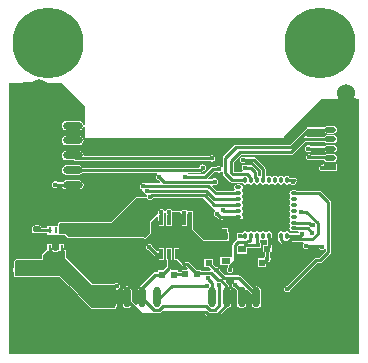
<source format=gtl>
G04*
G04 #@! TF.GenerationSoftware,Altium Limited,Altium Designer,18.0.8 (490)*
G04*
G04 Layer_Physical_Order=1*
G04 Layer_Color=255*
%FSLAX44Y44*%
%MOMM*%
G71*
G01*
G75*
G04:AMPARAMS|DCode=102|XSize=0.32mm|YSize=0.36mm|CornerRadius=0.08mm|HoleSize=0mm|Usage=FLASHONLY|Rotation=90.000|XOffset=0mm|YOffset=0mm|HoleType=Round|Shape=RoundedRectangle|*
%AMROUNDEDRECTD102*
21,1,0.3200,0.2000,0,0,90.0*
21,1,0.1600,0.3600,0,0,90.0*
1,1,0.1600,0.1000,0.0800*
1,1,0.1600,0.1000,-0.0800*
1,1,0.1600,-0.1000,-0.0800*
1,1,0.1600,-0.1000,0.0800*
%
%ADD102ROUNDEDRECTD102*%
G04:AMPARAMS|DCode=103|XSize=0.32mm|YSize=0.36mm|CornerRadius=0.08mm|HoleSize=0mm|Usage=FLASHONLY|Rotation=0.000|XOffset=0mm|YOffset=0mm|HoleType=Round|Shape=RoundedRectangle|*
%AMROUNDEDRECTD103*
21,1,0.3200,0.2000,0,0,0.0*
21,1,0.1600,0.3600,0,0,0.0*
1,1,0.1600,0.0800,-0.1000*
1,1,0.1600,-0.0800,-0.1000*
1,1,0.1600,-0.0800,0.1000*
1,1,0.1600,0.0800,0.1000*
%
%ADD103ROUNDEDRECTD103*%
G04:AMPARAMS|DCode=104|XSize=0.6096mm|YSize=0.9144mm|CornerRadius=0.1524mm|HoleSize=0mm|Usage=FLASHONLY|Rotation=270.000|XOffset=0mm|YOffset=0mm|HoleType=Round|Shape=RoundedRectangle|*
%AMROUNDEDRECTD104*
21,1,0.6096,0.6096,0,0,270.0*
21,1,0.3048,0.9144,0,0,270.0*
1,1,0.3048,-0.3048,-0.1524*
1,1,0.3048,-0.3048,0.1524*
1,1,0.3048,0.3048,0.1524*
1,1,0.3048,0.3048,-0.1524*
%
%ADD104ROUNDEDRECTD104*%
G04:AMPARAMS|DCode=105|XSize=0.508mm|YSize=0.6096mm|CornerRadius=0.127mm|HoleSize=0mm|Usage=FLASHONLY|Rotation=270.000|XOffset=0mm|YOffset=0mm|HoleType=Round|Shape=RoundedRectangle|*
%AMROUNDEDRECTD105*
21,1,0.5080,0.3556,0,0,270.0*
21,1,0.2540,0.6096,0,0,270.0*
1,1,0.2540,-0.1778,-0.1270*
1,1,0.2540,-0.1778,0.1270*
1,1,0.2540,0.1778,0.1270*
1,1,0.2540,0.1778,-0.1270*
%
%ADD105ROUNDEDRECTD105*%
%ADD108R,0.3000X0.8500*%
G04:AMPARAMS|DCode=109|XSize=2mm|YSize=1.1mm|CornerRadius=0.275mm|HoleSize=0mm|Usage=FLASHONLY|Rotation=0.000|XOffset=0mm|YOffset=0mm|HoleType=Round|Shape=RoundedRectangle|*
%AMROUNDEDRECTD109*
21,1,2.0000,0.5500,0,0,0.0*
21,1,1.4500,1.1000,0,0,0.0*
1,1,0.5500,0.7250,-0.2750*
1,1,0.5500,-0.7250,-0.2750*
1,1,0.5500,-0.7250,0.2750*
1,1,0.5500,0.7250,0.2750*
%
%ADD109ROUNDEDRECTD109*%
G04:AMPARAMS|DCode=110|XSize=0.6096mm|YSize=1.7018mm|CornerRadius=0.3048mm|HoleSize=0mm|Usage=FLASHONLY|Rotation=0.000|XOffset=0mm|YOffset=0mm|HoleType=Round|Shape=RoundedRectangle|*
%AMROUNDEDRECTD110*
21,1,0.6096,1.0922,0,0,0.0*
21,1,0.0000,1.7018,0,0,0.0*
1,1,0.6096,0.0000,-0.5461*
1,1,0.6096,0.0000,-0.5461*
1,1,0.6096,0.0000,0.5461*
1,1,0.6096,0.0000,0.5461*
%
%ADD110ROUNDEDRECTD110*%
G04:AMPARAMS|DCode=111|XSize=2.8194mm|YSize=1.016mm|CornerRadius=0.508mm|HoleSize=0mm|Usage=FLASHONLY|Rotation=90.000|XOffset=0mm|YOffset=0mm|HoleType=Round|Shape=RoundedRectangle|*
%AMROUNDEDRECTD111*
21,1,2.8194,0.0000,0,0,90.0*
21,1,1.8034,1.0160,0,0,90.0*
1,1,1.0160,0.0000,0.9017*
1,1,1.0160,0.0000,-0.9017*
1,1,1.0160,0.0000,-0.9017*
1,1,1.0160,0.0000,0.9017*
%
%ADD111ROUNDEDRECTD111*%
%ADD112R,0.5000X0.6000*%
%ADD113R,0.6000X0.5000*%
%ADD114R,0.7500X0.6000*%
%ADD115R,1.5000X1.0000*%
%ADD116R,1.0000X0.5000*%
G04:AMPARAMS|DCode=117|XSize=0.5mm|YSize=1mm|CornerRadius=0.25mm|HoleSize=0mm|Usage=FLASHONLY|Rotation=270.000|XOffset=0mm|YOffset=0mm|HoleType=Round|Shape=RoundedRectangle|*
%AMROUNDEDRECTD117*
21,1,0.5000,0.5000,0,0,270.0*
21,1,0.0000,1.0000,0,0,270.0*
1,1,0.5000,-0.2500,0.0000*
1,1,0.5000,-0.2500,0.0000*
1,1,0.5000,0.2500,0.0000*
1,1,0.5000,0.2500,0.0000*
%
%ADD117ROUNDEDRECTD117*%
%ADD118R,1.5000X1.2000*%
%ADD119R,0.5080X0.6096*%
%ADD120R,0.6096X0.5080*%
%ADD121R,1.4000X1.1000*%
%ADD122R,0.5080X0.5080*%
%ADD123R,0.2540X0.5588*%
%ADD124R,1.6002X0.9144*%
%ADD125R,3.4500X3.4500*%
%ADD126O,0.6000X0.3000*%
%ADD127O,0.3000X0.6000*%
G04:AMPARAMS|DCode=128|XSize=0.6096mm|YSize=1.7018mm|CornerRadius=0.3048mm|HoleSize=0mm|Usage=FLASHONLY|Rotation=270.000|XOffset=0mm|YOffset=0mm|HoleType=Round|Shape=RoundedRectangle|*
%AMROUNDEDRECTD128*
21,1,0.6096,1.0922,0,0,270.0*
21,1,0.0000,1.7018,0,0,270.0*
1,1,0.6096,-0.5461,0.0000*
1,1,0.6096,-0.5461,0.0000*
1,1,0.6096,0.5461,0.0000*
1,1,0.6096,0.5461,0.0000*
%
%ADD128ROUNDEDRECTD128*%
G04:AMPARAMS|DCode=129|XSize=2.8194mm|YSize=1.016mm|CornerRadius=0.508mm|HoleSize=0mm|Usage=FLASHONLY|Rotation=0.000|XOffset=0mm|YOffset=0mm|HoleType=Round|Shape=RoundedRectangle|*
%AMROUNDEDRECTD129*
21,1,2.8194,0.0000,0,0,0.0*
21,1,1.8034,1.0160,0,0,0.0*
1,1,1.0160,0.9017,0.0000*
1,1,1.0160,-0.9017,0.0000*
1,1,1.0160,-0.9017,0.0000*
1,1,1.0160,0.9017,0.0000*
%
%ADD129ROUNDEDRECTD129*%
%ADD130C,0.2540*%
%ADD131C,0.7600*%
%ADD132C,1.5240*%
%ADD133C,6.0000*%
%ADD134C,0.4000*%
G36*
X863000Y1681000D02*
X882500Y1661500D01*
X882500Y1646671D01*
X881815Y1645684D01*
X881815Y1645684D01*
Y1645684D01*
X881230Y1645627D01*
X881218Y1645688D01*
X881050Y1646533D01*
X880208Y1647793D01*
X878947Y1648635D01*
X877461Y1648931D01*
X866539D01*
X865052Y1648635D01*
X863792Y1647793D01*
X862950Y1646533D01*
X862654Y1645046D01*
X862950Y1643560D01*
X863792Y1642299D01*
X865052Y1641457D01*
X866539Y1641162D01*
X877461D01*
X878947Y1641457D01*
X880208Y1642299D01*
X881050Y1643560D01*
X881218Y1644404D01*
X881230Y1644466D01*
X881815Y1644408D01*
Y1644408D01*
X881815Y1644408D01*
X882500Y1643422D01*
Y1634250D01*
X1049250Y1634250D01*
X1049479Y1634479D01*
X1050216Y1634784D01*
X1050521Y1635521D01*
X1082500Y1667500D01*
X1114500D01*
Y1452000D01*
X1114293Y1451500D01*
X818250D01*
X817866Y1452611D01*
Y1681000D01*
X863000Y1681000D01*
D02*
G37*
%LPC*%
G36*
X1092750Y1645076D02*
X1087750D01*
X1086477Y1644823D01*
X1085398Y1644102D01*
X1085211Y1643822D01*
X1071580D01*
X1071580Y1643822D01*
X1070787Y1643664D01*
X1070115Y1643215D01*
X1070115Y1643215D01*
X1055972Y1629072D01*
X1010250D01*
X1009457Y1628914D01*
X1008785Y1628465D01*
X1008785Y1628465D01*
X999535Y1619215D01*
X999086Y1618543D01*
X998928Y1617750D01*
X998928Y1617750D01*
Y1610377D01*
X997658Y1609991D01*
X997491Y1610241D01*
X996578Y1610852D01*
X995500Y1611066D01*
X994422Y1610852D01*
X993629Y1610322D01*
X990500D01*
X989707Y1610164D01*
X989035Y1609715D01*
X989035Y1609715D01*
X983142Y1603822D01*
X969327D01*
X969030Y1604158D01*
X969603Y1605428D01*
X980000D01*
X980000Y1605428D01*
X980793Y1605586D01*
X981465Y1606035D01*
X982142Y1606712D01*
X983078Y1606898D01*
X983991Y1607509D01*
X984602Y1608422D01*
X984816Y1609500D01*
X984602Y1610578D01*
X983991Y1611491D01*
X983078Y1612102D01*
X982000Y1612316D01*
X980922Y1612102D01*
X980009Y1611491D01*
X979398Y1610578D01*
X979212Y1609642D01*
X979142Y1609572D01*
X880659D01*
X880208Y1610247D01*
X878947Y1611089D01*
X877461Y1611385D01*
X866539D01*
X865052Y1611089D01*
X863792Y1610247D01*
X862950Y1608987D01*
X862654Y1607500D01*
X862950Y1606013D01*
X863792Y1604753D01*
X865052Y1603911D01*
X866539Y1603615D01*
X877461D01*
X878947Y1603911D01*
X880208Y1604753D01*
X880659Y1605428D01*
X943319D01*
X943633Y1604158D01*
X943009Y1603741D01*
X942398Y1602828D01*
X942184Y1601750D01*
X942398Y1600672D01*
X943009Y1599759D01*
X943922Y1599148D01*
X944858Y1598962D01*
X946159Y1597661D01*
X945673Y1596488D01*
X932166D01*
X932166Y1596488D01*
X932030Y1596461D01*
X931500Y1596566D01*
X930422Y1596352D01*
X929509Y1595741D01*
X928898Y1594828D01*
X928684Y1593750D01*
X928898Y1592672D01*
X929509Y1591759D01*
X930422Y1591148D01*
X931015Y1591030D01*
X931934Y1590000D01*
X932148Y1588922D01*
X932759Y1588009D01*
X933672Y1587398D01*
X934185Y1587296D01*
X934856Y1586149D01*
X934875Y1585963D01*
X934684Y1585000D01*
X934335Y1584575D01*
X926000D01*
X925417Y1584333D01*
X906326Y1565243D01*
X906285Y1565215D01*
X906285Y1565215D01*
X904645Y1563575D01*
X861410D01*
X861405Y1563573D01*
X861399Y1563575D01*
X861114Y1563452D01*
X860827Y1563333D01*
X860825Y1563328D01*
X860819Y1563325D01*
X859934Y1562415D01*
X859931Y1562410D01*
X859926Y1562407D01*
X859815Y1562117D01*
X859700Y1561829D01*
X859702Y1561823D01*
X859700Y1561818D01*
X859719Y1561115D01*
X858481Y1559922D01*
X855802D01*
X855468Y1559922D01*
X854218Y1559922D01*
X850468D01*
Y1558438D01*
X845350D01*
Y1558520D01*
X845192Y1559312D01*
X844743Y1559985D01*
X844071Y1560434D01*
X843278Y1560591D01*
X839722D01*
X838929Y1560434D01*
X838257Y1559985D01*
X837808Y1559312D01*
X837650Y1558520D01*
Y1555980D01*
X837808Y1555187D01*
X838257Y1554515D01*
X838929Y1554066D01*
X839722Y1553908D01*
X843278D01*
X844071Y1554066D01*
X844413Y1554294D01*
X850468D01*
Y1552810D01*
X854198D01*
X854532Y1552810D01*
X855783Y1552810D01*
X859296Y1552810D01*
X859570Y1552806D01*
X860747Y1552677D01*
X860750Y1552675D01*
X865658D01*
X867917Y1550417D01*
X868500Y1550175D01*
X870238D01*
Y1549988D01*
X885762D01*
Y1550175D01*
X932158D01*
X932667Y1549667D01*
X933250Y1549425D01*
X933833Y1549667D01*
X938083Y1553917D01*
X938083Y1553917D01*
X938325Y1554500D01*
Y1563408D01*
X942759Y1567843D01*
X942793Y1567855D01*
X944145Y1567433D01*
X944224Y1567000D01*
X944086Y1566793D01*
X943928Y1566000D01*
X944086Y1565207D01*
X944535Y1564535D01*
X944738Y1564332D01*
Y1559988D01*
X949262D01*
Y1570012D01*
X949262D01*
X949602Y1570922D01*
X949627Y1571051D01*
X950688Y1571152D01*
X950788Y1571138D01*
X951238Y1570012D01*
X951238Y1570012D01*
X951238Y1570012D01*
Y1559988D01*
X955762D01*
Y1570012D01*
X955762Y1570012D01*
X955762D01*
X955762Y1570012D01*
X956102Y1571172D01*
X956104Y1571185D01*
X956301Y1572175D01*
X963130D01*
X963684Y1571500D01*
X963898Y1570422D01*
X964238Y1569914D01*
Y1559988D01*
X968762D01*
Y1569914D01*
X969102Y1570422D01*
X969316Y1571500D01*
X969870Y1572175D01*
X973175D01*
Y1557500D01*
X973417Y1556917D01*
X982417Y1547917D01*
X983000Y1547675D01*
X1001299D01*
X1001377Y1547708D01*
X1001460Y1547691D01*
X1001581Y1547715D01*
X1003000D01*
X1003055Y1547738D01*
X1004512D01*
Y1555262D01*
X1003825D01*
Y1557738D01*
X1003583Y1558321D01*
X1003000Y1558563D01*
X998813D01*
Y1565262D01*
X999485Y1565754D01*
X999900Y1565978D01*
X1009753D01*
X1009841Y1565919D01*
X1010724Y1565744D01*
X1013724D01*
X1014607Y1565919D01*
X1015355Y1566419D01*
X1015855Y1567168D01*
X1016030Y1568050D01*
X1015855Y1568933D01*
X1015355Y1569681D01*
X1015135Y1569828D01*
Y1571272D01*
X1015355Y1571419D01*
X1015855Y1572167D01*
X1016030Y1573050D01*
X1015855Y1573932D01*
X1015355Y1574681D01*
X1015134Y1574828D01*
Y1576272D01*
X1015355Y1576419D01*
X1015855Y1577168D01*
X1016030Y1578050D01*
X1015855Y1578933D01*
X1015355Y1579681D01*
X1015135Y1579828D01*
Y1581272D01*
X1015355Y1581419D01*
X1015855Y1582167D01*
X1016030Y1583050D01*
X1015855Y1583932D01*
X1015355Y1584681D01*
X1015134Y1584828D01*
Y1586272D01*
X1015355Y1586419D01*
X1015855Y1587168D01*
X1016030Y1588050D01*
X1015855Y1588933D01*
X1015355Y1589681D01*
X1015135Y1589828D01*
Y1591272D01*
X1015355Y1591419D01*
X1015855Y1592167D01*
X1016030Y1593050D01*
X1015855Y1593932D01*
X1015355Y1594681D01*
X1014607Y1595181D01*
X1013724Y1595356D01*
X1010724D01*
X1009841Y1595181D01*
X1009093Y1594681D01*
X1008593Y1593932D01*
X1008418Y1593050D01*
X1008593Y1592167D01*
X1009093Y1591419D01*
X1009134Y1591392D01*
X1008749Y1590122D01*
X993808D01*
X990237Y1593693D01*
X990625Y1595101D01*
X991116Y1595226D01*
X991196Y1595172D01*
X992274Y1594958D01*
X993352Y1595172D01*
X994265Y1595783D01*
X994876Y1596696D01*
X995090Y1597774D01*
X994876Y1598852D01*
X994265Y1599765D01*
X993352Y1600376D01*
X992274Y1600590D01*
X991196Y1600376D01*
X990320Y1599790D01*
X986766D01*
X986240Y1601060D01*
X991358Y1606178D01*
X993629D01*
X994422Y1605648D01*
X995500Y1605434D01*
X996578Y1605648D01*
X997491Y1606259D01*
X997658Y1606508D01*
X998928Y1606123D01*
Y1605000D01*
X998928Y1605000D01*
X999086Y1604207D01*
X999535Y1603535D01*
X1005485Y1597585D01*
X1006157Y1597136D01*
X1006950Y1596978D01*
X1006950Y1596978D01*
X1016031D01*
X1016093Y1596667D01*
X1016593Y1595919D01*
X1017341Y1595419D01*
X1018224Y1595244D01*
X1019107Y1595419D01*
X1019855Y1595919D01*
X1020002Y1596139D01*
X1021446D01*
X1021593Y1595919D01*
X1022341Y1595419D01*
X1023224Y1595244D01*
X1024106Y1595419D01*
X1024855Y1595919D01*
X1025002Y1596140D01*
X1026446D01*
X1026593Y1595919D01*
X1027341Y1595419D01*
X1028224Y1595244D01*
X1029107Y1595419D01*
X1029855Y1595919D01*
X1030002Y1596140D01*
X1031446D01*
X1031593Y1595919D01*
X1032342Y1595419D01*
X1033224Y1595244D01*
X1034107Y1595419D01*
X1034855Y1595919D01*
X1035002Y1596139D01*
X1036446D01*
X1036593Y1595919D01*
X1037341Y1595419D01*
X1038224Y1595244D01*
X1039107Y1595419D01*
X1039855Y1595919D01*
X1040002Y1596139D01*
X1041446D01*
X1041593Y1595919D01*
X1042341Y1595419D01*
X1043224Y1595244D01*
X1044106Y1595419D01*
X1044855Y1595919D01*
X1045002Y1596140D01*
X1046446D01*
X1046593Y1595919D01*
X1047341Y1595419D01*
X1048224Y1595244D01*
X1049107Y1595419D01*
X1049855Y1595919D01*
X1050002Y1596140D01*
X1051446D01*
X1051593Y1595919D01*
X1052342Y1595419D01*
X1053224Y1595244D01*
X1054107Y1595419D01*
X1054855Y1595919D01*
X1054865Y1595933D01*
X1056392Y1595933D01*
X1056509Y1595759D01*
X1057422Y1595148D01*
X1058500Y1594934D01*
X1059578Y1595148D01*
X1060491Y1595759D01*
X1061102Y1596672D01*
X1061291Y1597624D01*
X1061714Y1598257D01*
X1061872Y1599050D01*
X1061714Y1599843D01*
X1061265Y1600515D01*
X1060593Y1600964D01*
X1059800Y1601122D01*
X1055417D01*
X1055355Y1601432D01*
X1054855Y1602181D01*
X1054107Y1602681D01*
X1053224Y1602856D01*
X1052342Y1602681D01*
X1051593Y1602181D01*
X1051446Y1601960D01*
X1050002D01*
X1049855Y1602181D01*
X1049107Y1602681D01*
X1048224Y1602856D01*
X1047341Y1602681D01*
X1046593Y1602181D01*
X1046446Y1601960D01*
X1045002D01*
X1044855Y1602181D01*
X1044106Y1602681D01*
X1043224Y1602856D01*
X1042341Y1602681D01*
X1041593Y1602181D01*
X1041446Y1601961D01*
X1040002D01*
X1039855Y1602181D01*
X1039107Y1602681D01*
X1038224Y1602856D01*
X1037341Y1602681D01*
X1036593Y1602181D01*
X1036566Y1602140D01*
X1035296Y1602525D01*
Y1608776D01*
X1035138Y1609569D01*
X1034689Y1610241D01*
X1034689Y1610241D01*
X1027215Y1617715D01*
X1026543Y1618164D01*
X1025750Y1618322D01*
X1025750Y1618322D01*
X1018121D01*
X1017328Y1618852D01*
X1016250Y1619066D01*
X1015172Y1618852D01*
X1014259Y1618241D01*
X1013648Y1617328D01*
X1013434Y1616250D01*
X1013648Y1615172D01*
X1014259Y1614259D01*
X1015172Y1613648D01*
X1016250Y1613434D01*
X1017328Y1613648D01*
X1018121Y1614178D01*
X1024892D01*
X1031152Y1607918D01*
Y1602525D01*
X1029882Y1602139D01*
X1029855Y1602181D01*
X1029107Y1602681D01*
X1028828Y1602736D01*
Y1605935D01*
X1028670Y1606728D01*
X1028221Y1607400D01*
X1028221Y1607401D01*
X1024656Y1610965D01*
X1023984Y1611414D01*
X1023191Y1611572D01*
X1023191Y1611572D01*
X1019621D01*
X1018828Y1612102D01*
X1017750Y1612316D01*
X1016672Y1612102D01*
X1015759Y1611491D01*
X1015148Y1610578D01*
X1014934Y1609500D01*
X1015148Y1608422D01*
X1015759Y1607509D01*
X1015886Y1607424D01*
X1015501Y1606154D01*
X1008322D01*
Y1614142D01*
X1014608Y1620428D01*
X1057000D01*
X1057000Y1620428D01*
X1057793Y1620586D01*
X1058465Y1621035D01*
X1069108Y1631678D01*
X1085211D01*
X1085398Y1631398D01*
X1086477Y1630677D01*
X1087750Y1630424D01*
X1092750D01*
X1094023Y1630677D01*
X1095101Y1631398D01*
X1095823Y1632477D01*
X1096076Y1633750D01*
X1095823Y1635023D01*
X1095101Y1636102D01*
X1094023Y1636823D01*
X1092750Y1637076D01*
X1087750D01*
X1086477Y1636823D01*
X1085398Y1636102D01*
X1085211Y1635822D01*
X1070241D01*
X1069755Y1636995D01*
X1072438Y1639678D01*
X1085211D01*
X1085398Y1639398D01*
X1086477Y1638677D01*
X1087750Y1638424D01*
X1092750D01*
X1094023Y1638677D01*
X1095101Y1639398D01*
X1095823Y1640477D01*
X1096076Y1641750D01*
X1095823Y1643023D01*
X1095101Y1644102D01*
X1094023Y1644823D01*
X1092750Y1645076D01*
D02*
G37*
G36*
X877461Y1636484D02*
X866539D01*
X865053Y1636189D01*
X863792Y1635347D01*
X862950Y1634086D01*
X862655Y1632600D01*
X862950Y1631113D01*
X863792Y1629853D01*
X865053Y1629011D01*
X866539Y1628715D01*
X877461D01*
X878948Y1629011D01*
X880208Y1629853D01*
X881050Y1631113D01*
X881346Y1632600D01*
X881050Y1634086D01*
X880208Y1635347D01*
X878948Y1636189D01*
X877461Y1636484D01*
D02*
G37*
G36*
X1092750Y1629076D02*
X1087750D01*
X1086477Y1628823D01*
X1085398Y1628102D01*
X1085211Y1627822D01*
X1073371D01*
X1072578Y1628352D01*
X1071500Y1628566D01*
X1070422Y1628352D01*
X1069509Y1627741D01*
X1068898Y1626828D01*
X1068684Y1625750D01*
X1068898Y1624672D01*
X1069509Y1623759D01*
X1070422Y1623148D01*
X1071500Y1622934D01*
X1072578Y1623148D01*
X1073371Y1623678D01*
X1085211D01*
X1085398Y1623398D01*
X1086477Y1622677D01*
X1087750Y1622424D01*
X1092750D01*
X1094023Y1622677D01*
X1095101Y1623398D01*
X1095823Y1624477D01*
X1096076Y1625750D01*
X1095823Y1627023D01*
X1095101Y1628102D01*
X1094023Y1628823D01*
X1092750Y1629076D01*
D02*
G37*
G36*
X877461Y1623884D02*
X866539D01*
X865052Y1623589D01*
X863792Y1622747D01*
X862950Y1621486D01*
X862654Y1620000D01*
X862950Y1618513D01*
X863792Y1617253D01*
X865052Y1616411D01*
X866539Y1616115D01*
X872954D01*
X873035Y1616035D01*
X873707Y1615586D01*
X874500Y1615428D01*
X874500Y1615428D01*
X987879D01*
X988672Y1614898D01*
X989750Y1614684D01*
X990828Y1614898D01*
X991741Y1615509D01*
X992352Y1616422D01*
X992566Y1617500D01*
X992352Y1618578D01*
X991741Y1619491D01*
X990828Y1620102D01*
X989750Y1620316D01*
X988672Y1620102D01*
X987879Y1619572D01*
X881697D01*
X881345Y1620000D01*
X881050Y1621486D01*
X880208Y1622747D01*
X878947Y1623589D01*
X877461Y1623884D01*
D02*
G37*
G36*
X1072000Y1621316D02*
X1070922Y1621102D01*
X1070009Y1620491D01*
X1069398Y1619578D01*
X1069184Y1618500D01*
X1069398Y1617422D01*
X1070009Y1616509D01*
X1070922Y1615898D01*
X1072000Y1615684D01*
X1073078Y1615898D01*
X1073871Y1616428D01*
X1084710D01*
X1085398Y1615398D01*
X1086478Y1614677D01*
X1087750Y1614424D01*
X1092750D01*
X1094023Y1614677D01*
X1095102Y1615398D01*
X1095823Y1616477D01*
X1096076Y1617750D01*
X1095823Y1619023D01*
X1095102Y1620102D01*
X1094023Y1620823D01*
X1092750Y1621076D01*
X1087750D01*
X1086478Y1620823D01*
X1086102Y1620572D01*
X1073871D01*
X1073078Y1621102D01*
X1072000Y1621316D01*
D02*
G37*
G36*
X1084488Y1613012D02*
X1083250Y1612066D01*
X1082172Y1611852D01*
X1081259Y1611241D01*
X1080648Y1610328D01*
X1080434Y1609250D01*
X1080648Y1608172D01*
X1081259Y1607259D01*
X1082172Y1606648D01*
X1083250Y1606434D01*
X1084488Y1606488D01*
X1084488Y1606488D01*
X1084488Y1606488D01*
X1096012D01*
Y1613012D01*
X1084488D01*
Y1613012D01*
D02*
G37*
G36*
X877461Y1598885D02*
X866539D01*
X865052Y1598589D01*
X863792Y1597747D01*
X863508Y1597322D01*
X859121D01*
X858328Y1597852D01*
X857250Y1598066D01*
X856172Y1597852D01*
X855259Y1597241D01*
X854648Y1596328D01*
X854434Y1595250D01*
X854648Y1594172D01*
X855259Y1593259D01*
X856172Y1592648D01*
X857250Y1592434D01*
X858328Y1592648D01*
X859121Y1593178D01*
X863174D01*
X863792Y1592253D01*
X865052Y1591411D01*
X866539Y1591116D01*
X877461D01*
X878947Y1591411D01*
X880208Y1592253D01*
X881050Y1593513D01*
X881345Y1595000D01*
X881050Y1596487D01*
X880208Y1597747D01*
X878947Y1598589D01*
X877461Y1598885D01*
D02*
G37*
G36*
X1038224Y1555857D02*
X1037341Y1555681D01*
X1036593Y1555181D01*
X1036446Y1554961D01*
X1035002D01*
X1034855Y1555181D01*
X1034107Y1555681D01*
X1033224Y1555857D01*
X1032342Y1555681D01*
X1031593Y1555181D01*
X1031446Y1554960D01*
X1030002D01*
X1029855Y1555181D01*
X1029107Y1555681D01*
X1028224Y1555857D01*
X1027341Y1555681D01*
X1026593Y1555181D01*
X1026446Y1554961D01*
X1025002D01*
X1024855Y1555181D01*
X1024107Y1555681D01*
X1023224Y1555857D01*
X1022342Y1555681D01*
X1021593Y1555181D01*
X1021446Y1554960D01*
X1020002D01*
X1019855Y1555181D01*
X1019107Y1555681D01*
X1018224Y1555857D01*
X1017341Y1555681D01*
X1016593Y1555181D01*
X1016093Y1554433D01*
X1014802Y1554452D01*
X1014578Y1554602D01*
X1013500Y1554816D01*
X1012422Y1554602D01*
X1011509Y1553991D01*
X1010898Y1553078D01*
X1010684Y1552000D01*
X1010898Y1550922D01*
X1011332Y1550273D01*
X1011156Y1549249D01*
X1010968Y1548843D01*
X1010430Y1548483D01*
X1007753Y1545806D01*
X1007304Y1545134D01*
X1007146Y1544341D01*
X1007146Y1544341D01*
Y1534591D01*
X1006012Y1534262D01*
Y1534262D01*
X996988D01*
Y1526738D01*
X1003128D01*
Y1524908D01*
X1002929Y1524610D01*
X1002807Y1524000D01*
Y1522000D01*
X1002929Y1521391D01*
X1003274Y1520874D01*
X1003790Y1520529D01*
X1004400Y1520408D01*
X1006000D01*
X1006609Y1520529D01*
X1007126Y1520874D01*
X1007471Y1521391D01*
X1007592Y1522000D01*
Y1524000D01*
X1007471Y1524610D01*
X1007272Y1524908D01*
Y1525942D01*
X1010683Y1529353D01*
X1010683Y1529353D01*
X1011132Y1530025D01*
X1011290Y1530818D01*
X1011290Y1530818D01*
Y1536738D01*
X1019512D01*
Y1541644D01*
X1027218D01*
X1027391Y1541529D01*
X1028000Y1541408D01*
X1030000D01*
X1030610Y1541529D01*
X1031126Y1541874D01*
X1031472Y1542391D01*
X1031593Y1543000D01*
Y1544600D01*
X1031472Y1545210D01*
X1031126Y1545726D01*
X1030610Y1546072D01*
X1030296Y1546134D01*
Y1548575D01*
X1031566Y1548961D01*
X1031593Y1548919D01*
X1032342Y1548419D01*
X1033224Y1548244D01*
X1034107Y1548419D01*
X1034855Y1548919D01*
X1034882Y1548960D01*
X1036152Y1548575D01*
Y1544262D01*
X1032988D01*
Y1537738D01*
X1034678D01*
Y1534371D01*
X1034148Y1533578D01*
X1034035Y1533012D01*
X1028738D01*
Y1525488D01*
X1035262D01*
Y1528082D01*
X1036892Y1529712D01*
X1037827Y1529898D01*
X1038741Y1530509D01*
X1039352Y1531422D01*
X1039566Y1532500D01*
X1039352Y1533578D01*
X1038822Y1534371D01*
Y1537738D01*
X1040512D01*
Y1544262D01*
X1040296D01*
Y1549579D01*
X1040355Y1549668D01*
X1040530Y1550550D01*
Y1553550D01*
X1040355Y1554433D01*
X1039855Y1555181D01*
X1039107Y1555681D01*
X1038224Y1555857D01*
D02*
G37*
G36*
X1060724Y1590356D02*
X1057724D01*
X1056842Y1590181D01*
X1056093Y1589681D01*
X1055593Y1588933D01*
X1055418Y1588050D01*
X1055593Y1587168D01*
X1056093Y1586419D01*
X1056314Y1586272D01*
Y1584828D01*
X1056093Y1584681D01*
X1055593Y1583932D01*
X1055418Y1583050D01*
X1055593Y1582167D01*
X1056093Y1581419D01*
X1056313Y1581272D01*
X1056313Y1579828D01*
X1056093Y1579681D01*
X1055593Y1578933D01*
X1055417Y1578050D01*
X1055593Y1577168D01*
X1056093Y1576419D01*
X1056313Y1576272D01*
X1056314Y1574828D01*
X1056093Y1574681D01*
X1055593Y1573932D01*
X1055418Y1573050D01*
X1055593Y1572167D01*
X1056093Y1571419D01*
X1056314Y1571272D01*
Y1569828D01*
X1056093Y1569680D01*
X1055593Y1568932D01*
X1055418Y1568050D01*
X1055593Y1567167D01*
X1056093Y1566419D01*
X1056313Y1566272D01*
Y1564828D01*
X1056093Y1564681D01*
X1055593Y1563933D01*
X1055418Y1563050D01*
X1055593Y1562167D01*
X1056093Y1561419D01*
X1056314Y1561272D01*
Y1559828D01*
X1056093Y1559680D01*
X1055593Y1558932D01*
X1055418Y1558050D01*
X1055593Y1557167D01*
X1056093Y1556419D01*
X1056842Y1555919D01*
X1057724Y1555743D01*
X1060724D01*
X1061607Y1555919D01*
X1061695Y1555978D01*
X1062965D01*
X1063644Y1554708D01*
X1063253Y1554122D01*
X1055417D01*
X1055355Y1554433D01*
X1054855Y1555181D01*
X1054107Y1555681D01*
X1053224Y1555857D01*
X1052342Y1555681D01*
X1051593Y1555181D01*
X1051446Y1554960D01*
X1050002D01*
X1049855Y1555181D01*
X1049107Y1555681D01*
X1048224Y1555857D01*
X1047341Y1555681D01*
X1046593Y1555181D01*
X1046093Y1554433D01*
X1045918Y1553550D01*
Y1550550D01*
X1046093Y1549668D01*
X1046152Y1549579D01*
Y1548526D01*
X1046152Y1548526D01*
X1046310Y1547733D01*
X1046759Y1547061D01*
X1048267Y1545553D01*
X1048267Y1545553D01*
X1048939Y1545104D01*
X1049732Y1544946D01*
X1049732Y1544946D01*
X1054687D01*
X1054687Y1544946D01*
X1055480Y1545104D01*
X1056152Y1545553D01*
X1057275Y1546676D01*
X1066997D01*
X1067354Y1545850D01*
X1067452Y1545406D01*
X1066898Y1544578D01*
X1066684Y1543500D01*
X1066898Y1542422D01*
X1067509Y1541509D01*
X1068422Y1540898D01*
X1069500Y1540684D01*
X1070578Y1540898D01*
X1071371Y1541428D01*
X1080811D01*
X1081259Y1540759D01*
X1082172Y1540148D01*
X1083250Y1539934D01*
X1084328Y1540148D01*
X1085158Y1540703D01*
X1085595Y1540607D01*
X1086275Y1540315D01*
X1086396Y1539076D01*
X1080392Y1533072D01*
X1078000D01*
X1078000Y1533072D01*
X1077207Y1532914D01*
X1076535Y1532465D01*
X1053608Y1509538D01*
X1052672Y1509352D01*
X1051759Y1508741D01*
X1051148Y1507828D01*
X1050934Y1506750D01*
X1051148Y1505672D01*
X1051759Y1504759D01*
X1052672Y1504148D01*
X1053750Y1503934D01*
X1054828Y1504148D01*
X1055741Y1504759D01*
X1056352Y1505672D01*
X1056538Y1506608D01*
X1078858Y1528928D01*
X1081250D01*
X1081250Y1528928D01*
X1082043Y1529086D01*
X1082715Y1529535D01*
X1089965Y1536785D01*
X1089965Y1536785D01*
X1090414Y1537457D01*
X1090572Y1538250D01*
Y1580250D01*
X1090414Y1581043D01*
X1089965Y1581715D01*
X1089965Y1581715D01*
X1082165Y1589515D01*
X1081493Y1589964D01*
X1080700Y1590122D01*
X1080700Y1590122D01*
X1061695D01*
X1061607Y1590181D01*
X1060724Y1590356D01*
D02*
G37*
G36*
X864612Y1545256D02*
X860548D01*
Y1541900D01*
X860508Y1541700D01*
Y1540075D01*
X859696D01*
X859544Y1540012D01*
X859380Y1540012D01*
X859264Y1539964D01*
X859148Y1539848D01*
X859113Y1539833D01*
X859098Y1539798D01*
X858984Y1539684D01*
X858949Y1539669D01*
X858934Y1539634D01*
X858818Y1539518D01*
X858770Y1539402D01*
Y1539238D01*
X858707Y1539086D01*
Y1538969D01*
X856293D01*
Y1539086D01*
X856230Y1539238D01*
X856230Y1539402D01*
X856182Y1539518D01*
X856066Y1539634D01*
X856051Y1539669D01*
X856016Y1539684D01*
X855902Y1539798D01*
X855887Y1539833D01*
X855852Y1539848D01*
X855736Y1539964D01*
X855620Y1540012D01*
X855455D01*
X855304Y1540075D01*
X854572D01*
Y1541700D01*
X854532Y1541900D01*
Y1545256D01*
X850468D01*
Y1541900D01*
X850428Y1541700D01*
Y1540012D01*
X850348D01*
X850068Y1539896D01*
X849952Y1539780D01*
X849801Y1539717D01*
X846033Y1535949D01*
X845970Y1535798D01*
X845854Y1535682D01*
X845738Y1535402D01*
Y1535237D01*
X845675Y1535086D01*
Y1531825D01*
X823914D01*
X823763Y1531762D01*
X823598D01*
X823318Y1531646D01*
X823202Y1531530D01*
X823051Y1531467D01*
X822283Y1530699D01*
X822220Y1530548D01*
X822104Y1530432D01*
X821988Y1530152D01*
Y1529987D01*
X821925Y1529836D01*
Y1524545D01*
X821871Y1524274D01*
Y1521226D01*
X821925Y1520955D01*
Y1517664D01*
X821988Y1517512D01*
X821988Y1517348D01*
X822036Y1517232D01*
X822152Y1517116D01*
X822167Y1517081D01*
X822202Y1517066D01*
X822316Y1516952D01*
X822331Y1516917D01*
X822366Y1516902D01*
X822482Y1516786D01*
X822598Y1516738D01*
X822763D01*
X822914Y1516675D01*
X861158D01*
X868147Y1509686D01*
X868240Y1509648D01*
X868299Y1509566D01*
X869151Y1509044D01*
X872734Y1505984D01*
X875795Y1502401D01*
X876316Y1501549D01*
X876398Y1501490D01*
X876436Y1501397D01*
X887801Y1490033D01*
X887952Y1489970D01*
X888068Y1489854D01*
X888348Y1489738D01*
X888512D01*
X888664Y1489675D01*
X907425Y1489675D01*
X907586Y1489675D01*
X907586Y1489675D01*
X907738Y1489738D01*
X907902Y1489738D01*
X907902Y1489738D01*
X908018Y1489786D01*
X908131Y1489900D01*
X908265Y1489949D01*
X908337Y1490105D01*
X908464Y1490232D01*
X908464Y1490232D01*
X908464Y1490232D01*
X908464Y1490233D01*
X908466Y1490238D01*
X908466Y1490387D01*
X908529Y1490522D01*
X908574Y1491696D01*
X908568Y1491712D01*
X908575Y1491728D01*
X909293Y1492802D01*
X909589Y1494289D01*
Y1505211D01*
X909505Y1505634D01*
X910210Y1506690D01*
X910372Y1506722D01*
X911286Y1507332D01*
X911896Y1508246D01*
X912111Y1509324D01*
X911896Y1510401D01*
X911286Y1511315D01*
X910372Y1511925D01*
X909294Y1512140D01*
X908217Y1511925D01*
X907424Y1511396D01*
X903710D01*
X903710Y1511396D01*
X903710Y1511396D01*
X888271D01*
X866075Y1533592D01*
Y1539086D01*
X866023Y1539211D01*
X866032Y1539347D01*
X865942Y1539451D01*
X865907Y1539585D01*
X865856Y1539615D01*
X865833Y1539669D01*
X865708Y1539721D01*
X865619Y1539824D01*
X865619Y1539824D01*
X865481Y1539833D01*
X865361Y1539903D01*
X864652Y1540000D01*
Y1541700D01*
X864612Y1541900D01*
Y1545256D01*
D02*
G37*
G36*
X936750Y1545066D02*
X935672Y1544852D01*
X934759Y1544241D01*
X934148Y1543328D01*
X933934Y1542250D01*
X934148Y1541172D01*
X934759Y1540259D01*
X935672Y1539648D01*
X936608Y1539462D01*
X940935Y1535135D01*
X940935Y1535135D01*
X941607Y1534686D01*
X942400Y1534528D01*
X944738D01*
Y1531588D01*
X949262D01*
Y1541612D01*
X944738D01*
Y1538672D01*
X943258D01*
X939538Y1542392D01*
X939352Y1543328D01*
X938741Y1544241D01*
X937828Y1544852D01*
X936750Y1545066D01*
D02*
G37*
G36*
X962262Y1541612D02*
X957738D01*
Y1531588D01*
X959958D01*
X965011Y1526535D01*
X965683Y1526086D01*
X966476Y1525928D01*
X966476Y1525928D01*
X967972D01*
X969570Y1524330D01*
X969044Y1523060D01*
X964198D01*
Y1521322D01*
X960882D01*
Y1522810D01*
X955991D01*
X955329Y1524080D01*
X955414Y1524207D01*
X955572Y1525000D01*
X955572Y1525000D01*
Y1531588D01*
X955762D01*
Y1541612D01*
X951238D01*
Y1531588D01*
X951428D01*
Y1525858D01*
X948380Y1522810D01*
X944198D01*
Y1521072D01*
X942000D01*
X942000Y1521072D01*
X941207Y1520914D01*
X940535Y1520465D01*
X940535Y1520465D01*
X931035Y1510965D01*
X931035Y1510965D01*
X929285Y1509215D01*
X928836Y1508543D01*
X928829Y1508510D01*
X928003Y1507958D01*
X927161Y1506698D01*
X926865Y1505211D01*
Y1494289D01*
X926972Y1493754D01*
X925801Y1493129D01*
X922035Y1496895D01*
Y1505211D01*
X921739Y1506698D01*
X920897Y1507958D01*
X919637Y1508800D01*
X918150Y1509096D01*
X916664Y1508800D01*
X915403Y1507958D01*
X914561Y1506698D01*
X914265Y1505211D01*
Y1494289D01*
X914561Y1492802D01*
X915403Y1491542D01*
X916664Y1490700D01*
X918150Y1490405D01*
X919637Y1490700D01*
X920897Y1491542D01*
X921471Y1491599D01*
X928628Y1484442D01*
X929300Y1483993D01*
X930093Y1483835D01*
X930093Y1483835D01*
X946722D01*
X946722Y1483835D01*
X947515Y1483993D01*
X948187Y1484442D01*
X949354Y1485609D01*
X983850D01*
X985017Y1484442D01*
X985689Y1483993D01*
X986482Y1483835D01*
X986482Y1483835D01*
X994907D01*
X994907Y1483835D01*
X995700Y1483993D01*
X996372Y1484442D01*
X1002345Y1490415D01*
X1002400Y1490404D01*
X1003886Y1490700D01*
X1005147Y1491542D01*
X1005989Y1492802D01*
X1006285Y1494289D01*
Y1505211D01*
X1005989Y1506698D01*
X1005147Y1507958D01*
X1004222Y1508576D01*
Y1509302D01*
X1004222Y1509302D01*
X1004064Y1510095D01*
X1003615Y1510767D01*
X1003615Y1510767D01*
X1001377Y1513005D01*
X1001863Y1514178D01*
X1008581D01*
X1008706Y1512908D01*
X1008422Y1512852D01*
X1007509Y1512241D01*
X1006898Y1511328D01*
X1006684Y1510250D01*
X1006898Y1509172D01*
X1007509Y1508259D01*
X1008422Y1507648D01*
X1009358Y1507462D01*
X1011197Y1505623D01*
X1011115Y1505211D01*
Y1494289D01*
X1011411Y1492802D01*
X1012253Y1491542D01*
X1013513Y1490700D01*
X1015000Y1490404D01*
X1016486Y1490700D01*
X1017747Y1491542D01*
X1018589Y1492802D01*
X1018885Y1494289D01*
Y1505211D01*
X1018778Y1505746D01*
X1019949Y1506371D01*
X1023615Y1502704D01*
Y1494289D01*
X1023911Y1492802D01*
X1024753Y1491542D01*
X1026014Y1490700D01*
X1027500Y1490404D01*
X1028987Y1490700D01*
X1030247Y1491542D01*
X1031089Y1492802D01*
X1031385Y1494289D01*
Y1505211D01*
X1031089Y1506698D01*
X1030247Y1507958D01*
X1028987Y1508800D01*
X1027500Y1509096D01*
X1026014Y1508800D01*
X1024753Y1507958D01*
X1024270Y1507910D01*
X1014465Y1517715D01*
X1013793Y1518164D01*
X1013000Y1518322D01*
X1013000Y1518322D01*
X1000730D01*
X996898Y1522154D01*
X997066Y1523000D01*
X996852Y1524078D01*
X996241Y1524991D01*
X995328Y1525602D01*
X994250Y1525816D01*
X993172Y1525602D01*
X992966Y1525464D01*
X990810Y1527620D01*
Y1531802D01*
X983190D01*
Y1525198D01*
X987372D01*
X989053Y1523517D01*
X988527Y1522247D01*
X980882D01*
Y1523060D01*
X976700D01*
X970295Y1529465D01*
X969623Y1529914D01*
X968830Y1530072D01*
X968830Y1530072D01*
X967334D01*
X962262Y1535144D01*
Y1541612D01*
D02*
G37*
%LPD*%
G36*
X992371Y1573629D02*
X992259Y1572491D01*
X991648Y1571578D01*
X991434Y1570500D01*
X991648Y1569422D01*
X992259Y1568509D01*
X993172Y1567898D01*
X994108Y1567712D01*
X995235Y1566585D01*
X995235Y1566585D01*
X995907Y1566136D01*
X996700Y1565978D01*
X997015D01*
X997988Y1565262D01*
Y1557738D01*
X1003000D01*
Y1548540D01*
X1001500D01*
X1001299Y1548500D01*
X983000D01*
X974000Y1557500D01*
Y1573000D01*
X968820D01*
X968491Y1573491D01*
X967578Y1574102D01*
X966500Y1574316D01*
X965422Y1574102D01*
X964509Y1573491D01*
X964180Y1573000D01*
X956167D01*
X956102Y1573327D01*
X955491Y1574241D01*
X954577Y1574852D01*
X953500Y1575066D01*
X952422Y1574852D01*
X951508Y1574241D01*
X950898Y1573327D01*
X950833Y1573000D01*
X949617D01*
X949602Y1573078D01*
X948991Y1573991D01*
X948078Y1574602D01*
X947000Y1574816D01*
X945922Y1574602D01*
X945009Y1573991D01*
X944398Y1573078D01*
X944184Y1572000D01*
X944398Y1570922D01*
X944508Y1570758D01*
X937500Y1563750D01*
Y1554500D01*
X937500D01*
X933250Y1550250D01*
X932500Y1551000D01*
X868500D01*
X866000Y1553500D01*
X860750D01*
X860525Y1561840D01*
X861410Y1562750D01*
X905000D01*
X926000Y1583750D01*
X935013D01*
X935509Y1583009D01*
X936422Y1582398D01*
X937500Y1582184D01*
X938578Y1582398D01*
X939491Y1583009D01*
X939987Y1583750D01*
X982250D01*
X992371Y1573629D01*
D02*
G37*
G36*
X865250Y1539086D02*
X865250Y1539086D01*
Y1533250D01*
X888250Y1510250D01*
X907750D01*
Y1491728D01*
X907750D01*
X907704Y1490554D01*
X907702Y1490548D01*
X907586Y1490500D01*
X888664D01*
X888384Y1490616D01*
X877020Y1501980D01*
X876464Y1502887D01*
X873319Y1506569D01*
X869637Y1509714D01*
X868730Y1510269D01*
X861500Y1517500D01*
X822914D01*
X822798Y1517548D01*
X822750Y1517664D01*
Y1520955D01*
X822750Y1520955D01*
X822750Y1520955D01*
Y1529836D01*
X822866Y1530116D01*
X823634Y1530884D01*
X823914Y1531000D01*
X846500D01*
Y1535086D01*
X846616Y1535366D01*
X850384Y1539134D01*
X850664Y1539250D01*
X855304D01*
X855420Y1539202D01*
X855468Y1539086D01*
Y1538144D01*
X859532D01*
Y1539086D01*
X859580Y1539202D01*
X859696Y1539250D01*
X864048D01*
X865250Y1539086D01*
D02*
G37*
D102*
X1029000Y1543800D02*
D03*
X1029000Y1538200D02*
D03*
D103*
X1010800Y1523000D02*
D03*
X1005200Y1523000D02*
D03*
D104*
X899500Y1541500D02*
D03*
Y1555500D02*
D03*
X827250Y1536750D02*
D03*
Y1522750D02*
D03*
D105*
X841500Y1557250D02*
D03*
Y1549250D02*
D03*
D108*
X966500Y1565000D02*
D03*
X960000Y1565000D02*
D03*
X953500Y1565000D02*
D03*
X947000D02*
D03*
X966500Y1536600D02*
D03*
X960000D02*
D03*
X953500D02*
D03*
X947000D02*
D03*
D109*
X956750Y1550800D02*
D03*
D110*
X943250Y1499750D02*
D03*
X930750D02*
D03*
X918150D02*
D03*
X905704D02*
D03*
X1027500Y1499750D02*
D03*
X1015000D02*
D03*
X1002400D02*
D03*
X989954D02*
D03*
D111*
X962750Y1468250D02*
D03*
X886146D02*
D03*
X1047000Y1468250D02*
D03*
X970396D02*
D03*
D112*
X1032000Y1529250D02*
D03*
Y1519250D02*
D03*
X1001250Y1561500D02*
D03*
Y1551500D02*
D03*
X842500Y1535750D02*
D03*
Y1525750D02*
D03*
D113*
X1046750Y1541000D02*
D03*
X1036750D02*
D03*
D114*
X1015000Y1540500D02*
D03*
X1015000Y1530500D02*
D03*
X1001500Y1540500D02*
D03*
X1001500Y1530500D02*
D03*
D115*
X1104398Y1596750D02*
D03*
D116*
X1090250Y1609750D02*
D03*
D117*
X1090250Y1617750D02*
D03*
X1090250Y1625750D02*
D03*
Y1633750D02*
D03*
Y1641750D02*
D03*
Y1649750D02*
D03*
D118*
X1104398Y1662750D02*
D03*
D119*
X947500Y1519000D02*
D03*
X957580Y1519000D02*
D03*
X967500Y1519250D02*
D03*
X977580D02*
D03*
D120*
X987000Y1528500D02*
D03*
Y1538580D02*
D03*
D121*
X878000Y1541250D02*
D03*
X878000Y1556250D02*
D03*
D122*
X857500Y1549000D02*
D03*
D123*
X852500Y1556366D02*
D03*
X857500Y1556366D02*
D03*
X862580D02*
D03*
Y1541700D02*
D03*
X857500Y1541700D02*
D03*
X852500Y1541700D02*
D03*
D124*
X920500Y1534518D02*
D03*
Y1563750D02*
D03*
D125*
X1035724Y1575550D02*
D03*
D126*
X1012224Y1558050D02*
D03*
Y1563050D02*
D03*
Y1568050D02*
D03*
Y1573050D02*
D03*
Y1578050D02*
D03*
Y1583050D02*
D03*
Y1588050D02*
D03*
Y1593050D02*
D03*
X1059224D02*
D03*
Y1588050D02*
D03*
Y1583050D02*
D03*
X1059224Y1578050D02*
D03*
X1059224Y1573050D02*
D03*
Y1568050D02*
D03*
Y1563050D02*
D03*
Y1558050D02*
D03*
D127*
X1018224Y1599050D02*
D03*
X1023224D02*
D03*
X1028224D02*
D03*
X1033224D02*
D03*
X1038224D02*
D03*
X1043224D02*
D03*
X1048224D02*
D03*
X1053224D02*
D03*
Y1552050D02*
D03*
X1048224D02*
D03*
X1043224D02*
D03*
X1038224D02*
D03*
X1033224D02*
D03*
X1028224D02*
D03*
X1023224D02*
D03*
X1018224D02*
D03*
D128*
X872000Y1595000D02*
D03*
Y1607500D02*
D03*
Y1620000D02*
D03*
X872000Y1632600D02*
D03*
X872000Y1645046D02*
D03*
Y1657746D02*
D03*
D129*
X840500Y1575500D02*
D03*
X840500Y1677050D02*
D03*
D130*
X1010250Y1627000D02*
X1056830D01*
X1001000Y1617750D02*
X1010250Y1627000D01*
X1001000Y1605000D02*
Y1617750D01*
X931500Y1593750D02*
X932166Y1594416D01*
X986584D01*
X992950Y1588050D01*
X1078000Y1531000D02*
X1081250D01*
X1053750Y1506750D02*
X1078000Y1531000D01*
X1081250D02*
X1088500Y1538250D01*
Y1580250D01*
X1080700Y1588050D02*
X1088500Y1580250D01*
X1059224Y1588050D02*
X1080700D01*
X1053224Y1599050D02*
X1059800D01*
X1032000Y1527750D02*
X1036750Y1532500D01*
X878500Y1541250D02*
X899250D01*
X862623Y1667123D02*
X872000Y1657746D01*
X960000Y1554050D02*
X975469Y1538580D01*
X969896Y1468250D02*
X970146Y1468500D01*
X1046750D01*
X911202Y1484000D02*
X922872Y1472330D01*
X956170D02*
X961500Y1467000D01*
X887396D02*
X904396Y1484000D01*
X1056417Y1548748D02*
X1074950D01*
X1079282Y1553080D01*
Y1562670D01*
X1069875Y1572077D02*
X1079282Y1562670D01*
X1065052Y1572077D02*
X1069875D01*
X986750Y1515036D02*
X989704Y1512082D01*
X989075Y1520175D02*
X995218Y1514032D01*
X978505Y1520175D02*
X989075D01*
X977580Y1519250D02*
X978505Y1520175D01*
X986750Y1515036D02*
Y1516143D01*
X995218Y1514032D02*
X997420D01*
X989704Y1500000D02*
Y1512082D01*
X956000Y1509750D02*
X985500D01*
X903710Y1509324D02*
X905704D01*
X909294D01*
X878176D02*
X903710D01*
X901386Y1499750D02*
Y1507000D01*
X946000Y1499750D02*
X956000Y1509750D01*
X1014750Y1496500D02*
Y1505000D01*
X1009500Y1510250D02*
X1014750Y1505000D01*
X995750Y1492901D02*
Y1510000D01*
X997420Y1514032D02*
X1002150Y1509302D01*
Y1493150D02*
Y1509302D01*
X993997Y1522125D02*
X999872Y1516250D01*
X993375Y1522125D02*
X993997D01*
X999872Y1516250D02*
X1013000D01*
X992058Y1489209D02*
X995750Y1492901D01*
X987850Y1489209D02*
X992058D01*
X984548Y1492511D02*
X987850Y1489209D01*
X948656Y1492511D02*
X984548D01*
X994907Y1485907D02*
X1002150Y1493150D01*
X986482Y1485907D02*
X994907D01*
X984708Y1487681D02*
X986482Y1485907D01*
X948496Y1487681D02*
X984708D01*
X946722Y1485907D02*
X948496Y1487681D01*
X945354Y1489209D02*
X948656Y1492511D01*
X941146Y1489209D02*
X945354D01*
X930750Y1499605D02*
X941146Y1489209D01*
X930750Y1499605D02*
Y1499750D01*
X930093Y1485907D02*
X946722D01*
X918150Y1497850D02*
X930093Y1485907D01*
X922872Y1472330D02*
X956170D01*
X911202Y1484000D02*
X911250D01*
X904396D02*
X911202D01*
X901386Y1507000D02*
X903710Y1509324D01*
X901386Y1499750D02*
X905704D01*
X856250Y1531250D02*
X878176Y1509324D01*
X1073826Y1561000D02*
X1075250D01*
X1071776Y1563050D02*
X1073826Y1561000D01*
X1059224Y1563050D02*
X1071776D01*
X1070950Y1558050D02*
X1074750Y1554250D01*
X1059224Y1558050D02*
X1070950D01*
X1065527Y1552050D02*
X1066552Y1553076D01*
X1053224Y1552050D02*
X1065527D01*
X1069500Y1543500D02*
X1082500D01*
X1083250Y1542750D01*
X1054687Y1547018D02*
X1056417Y1548748D01*
X1013500Y1552000D02*
X1013550Y1552050D01*
X1018224D01*
X841500Y1557250D02*
X842384Y1556366D01*
X852500D01*
X1040000Y1475250D02*
X1046750Y1468500D01*
X1040000Y1475250D02*
Y1519250D01*
X937500Y1585000D02*
X938750Y1586250D01*
X983750D01*
X991950Y1578050D01*
X1012224D01*
X934750Y1590000D02*
X985000D01*
X991950Y1583050D01*
X1012224D01*
X992950Y1588050D02*
X1012224D01*
X992218Y1597718D02*
X992274Y1597774D01*
X949032Y1597718D02*
X992218D01*
X945000Y1601750D02*
X949032Y1597718D01*
X984000Y1601750D02*
X990500Y1608250D01*
X966750Y1601750D02*
X984000D01*
X983000Y1577250D02*
X990218Y1570032D01*
X940500Y1577250D02*
X983000D01*
X927000Y1563750D02*
X940500Y1577250D01*
X947000Y1567000D02*
Y1572000D01*
X946000Y1566000D02*
X947000Y1567000D01*
X953500Y1565000D02*
Y1572250D01*
X966500Y1565000D02*
Y1571500D01*
X946000Y1566000D02*
X947000Y1565000D01*
X1016250Y1616250D02*
X1025750D01*
X1033224Y1608776D01*
Y1599050D02*
Y1608776D01*
X1017750Y1609500D02*
X1023191D01*
X1026756Y1605935D01*
Y1600518D02*
Y1605935D01*
Y1600518D02*
X1028224Y1599050D01*
X1057000Y1622500D02*
X1068250Y1633750D01*
X1013750Y1622500D02*
X1057000D01*
X1006250Y1615000D02*
X1013750Y1622500D01*
X1056830Y1627000D02*
X1071580Y1641750D01*
X1007418Y1604082D02*
X1019687D01*
X1006250Y1605250D02*
X1007418Y1604082D01*
X1006250Y1605250D02*
Y1615000D01*
X1001000Y1605000D02*
X1006950Y1599050D01*
X1018224D01*
X990500Y1608250D02*
X995500D01*
X874500Y1617500D02*
X989750D01*
X980000Y1607500D02*
X982000Y1609500D01*
X872000Y1607500D02*
X980000D01*
X1019687Y1604082D02*
X1021756Y1602013D01*
Y1600518D02*
Y1602013D01*
Y1600518D02*
X1023224Y1599050D01*
X924250Y1563750D02*
X927000D01*
X920500D02*
X924250D01*
X992250Y1552250D02*
Y1566798D01*
X990218Y1568830D02*
X992250Y1566798D01*
X990218Y1568830D02*
Y1570032D01*
X942400Y1536600D02*
X947000D01*
X936750Y1542250D02*
X942400Y1536600D01*
X924250Y1563750D02*
X933750Y1554250D01*
X877885Y1556366D02*
X878000Y1556250D01*
X862580Y1556366D02*
X877885D01*
X898749Y1556250D02*
X899500Y1555500D01*
X878000Y1556250D02*
X898749D01*
X899500Y1555500D02*
X907750Y1563750D01*
X920500D01*
X852696Y1677050D02*
X861873Y1667873D01*
X861750Y1667750D02*
X862500Y1667000D01*
X1072000Y1618500D02*
X1089500D01*
X1071500Y1625750D02*
X1071500Y1625750D01*
X1090250D01*
X1049732Y1547018D02*
X1054687D01*
X1048224Y1548526D02*
X1049732Y1547018D01*
X1048224Y1548526D02*
Y1552050D01*
X1043224Y1544526D02*
Y1552050D01*
Y1544526D02*
X1046750Y1541000D01*
X992250Y1552250D02*
X993000Y1551500D01*
X1001250D01*
X1005782Y1551608D02*
X1012224Y1558050D01*
X1005782Y1547658D02*
Y1551608D01*
X1004592Y1546468D02*
X1005782Y1547658D01*
X1001500Y1546468D02*
X1004592D01*
X1001500Y1540500D02*
Y1546468D01*
X1005200Y1526800D02*
X1009218Y1530818D01*
Y1544341D01*
X1014262Y1530500D02*
X1015000D01*
X1009218Y1544341D02*
X1011895Y1547018D01*
X1019687D01*
X1019771Y1547102D01*
X1021756D01*
Y1550582D01*
X1023224Y1552050D01*
X1018216Y1543716D02*
X1028916D01*
X1029000Y1543800D01*
X1015000Y1540500D02*
X1018216Y1543716D01*
X1028224Y1544577D02*
X1029000Y1543800D01*
X1028224Y1544577D02*
Y1552050D01*
X1032000Y1519250D02*
X1040000D01*
X1046750Y1526000D02*
Y1541000D01*
X1040000Y1519250D02*
X1046750Y1526000D01*
X1015000Y1530500D02*
X1023250D01*
X1029000Y1536250D01*
Y1538200D01*
X1025000Y1519250D02*
X1032000D01*
X1021250Y1523000D02*
X1025000Y1519250D01*
X1010800Y1523000D02*
X1021250D01*
X1010800D02*
X1015000Y1527200D01*
Y1530500D01*
X1005200Y1523000D02*
Y1526800D01*
X962750Y1468250D02*
X969896D01*
X961500Y1467000D02*
X962750Y1468250D01*
X886146D02*
X887396Y1467000D01*
X1046750Y1541000D02*
X1048250Y1542500D01*
X1062050D01*
X1036750Y1532500D02*
Y1541000D01*
X1038224Y1542474D01*
Y1552050D01*
X987000Y1528500D02*
X992875Y1522625D01*
X993750Y1523500D02*
X994250Y1523000D01*
X943250Y1499750D02*
X946000D01*
X957580Y1519000D02*
X957830Y1519250D01*
X967500D01*
X968830Y1528000D02*
X977580Y1519250D01*
X966476Y1528000D02*
X968830D01*
X960000Y1534476D02*
X966476Y1528000D01*
X960000Y1534476D02*
Y1536600D01*
X947500Y1519000D02*
X953500Y1525000D01*
Y1536600D01*
X932500Y1509500D02*
X942000Y1519000D01*
X930750Y1507750D02*
X932500Y1509500D01*
X1013000Y1516250D02*
X1027250Y1502000D01*
Y1500000D02*
Y1502000D01*
X918150Y1497850D02*
Y1499750D01*
X942000Y1519000D02*
X947500D01*
X930750Y1499750D02*
Y1507750D01*
X1035724Y1575550D02*
X1053224Y1593050D01*
X1059224D01*
X1035724Y1575550D02*
X1043224Y1568050D01*
Y1552050D02*
Y1568050D01*
X1023224Y1563050D02*
X1035724Y1575550D01*
X1018224Y1558050D02*
X1023224Y1563050D01*
X1012224Y1558050D02*
X1018224D01*
X1012224Y1563050D02*
X1023224D01*
X1010674Y1561500D02*
X1012224Y1563050D01*
X1001250Y1561500D02*
X1010674D01*
X987000Y1538580D02*
X988920Y1540500D01*
X1001500D01*
X975469Y1538580D02*
X987000D01*
X956750Y1550800D02*
X966500Y1541050D01*
Y1536600D02*
Y1541050D01*
X956750Y1550800D02*
X960000Y1554050D01*
Y1565000D01*
X920500Y1534518D02*
X936782Y1550800D01*
X956750D01*
X913518Y1541500D02*
X920500Y1534518D01*
X899500Y1541500D02*
X913518D01*
X899250Y1541250D02*
X899500Y1541500D01*
X872750Y1541250D02*
X878000D01*
X865000Y1549000D02*
X872750Y1541250D01*
X857500Y1549000D02*
X865000D01*
X841500Y1549250D02*
X841750Y1549000D01*
X857500D01*
Y1541700D02*
Y1549000D01*
X841500Y1536750D02*
X842500Y1535750D01*
X841500Y1536750D02*
X841500Y1536750D01*
X841500Y1536750D02*
Y1549250D01*
X827250Y1536750D02*
X841500D01*
X856250Y1531250D02*
X862580Y1537580D01*
Y1541700D01*
X852500Y1535000D02*
X856250Y1531250D01*
X852500Y1535000D02*
Y1541700D01*
X839500Y1522750D02*
X842500Y1525750D01*
X827250Y1522750D02*
X839500D01*
X842500Y1525750D02*
X850750D01*
X856250Y1531250D01*
X857250Y1595250D02*
X871750D01*
X872000Y1595000D01*
X840500Y1677050D02*
X840500Y1677049D01*
Y1575500D02*
Y1677049D01*
X840500Y1677050D02*
X852696D01*
X872000Y1620000D02*
X874500Y1617500D01*
X1084750Y1593050D02*
X1100698D01*
X1059224D02*
X1084750D01*
X1100698D02*
X1104398Y1596750D01*
X1089500Y1618500D02*
X1090250Y1617750D01*
X999500Y1574000D02*
X1000450Y1573050D01*
X1012224D01*
X996700Y1568050D02*
X1012224D01*
X994250Y1570500D02*
X996700Y1568050D01*
X1104398Y1596750D02*
Y1662750D01*
X1091398Y1649750D02*
X1104398Y1662750D01*
X1090250Y1649750D02*
X1091398D01*
X1071580Y1641750D02*
X1090250D01*
X1068250Y1633750D02*
X1090250D01*
D131*
X1081750Y1737500D02*
D03*
X1065590Y1731013D02*
D03*
X1058750Y1715000D02*
D03*
X1065237Y1698840D02*
D03*
X1081250Y1692000D02*
D03*
X1097410Y1698486D02*
D03*
X1104250Y1714500D02*
D03*
X1097764Y1730660D02*
D03*
X851750Y1737500D02*
D03*
X835590Y1731013D02*
D03*
X828750Y1715000D02*
D03*
X835236Y1698840D02*
D03*
X851250Y1692000D02*
D03*
X867410Y1698486D02*
D03*
X874250Y1714500D02*
D03*
X867764Y1730660D02*
D03*
X851750Y1507500D02*
D03*
X835590Y1501013D02*
D03*
X828750Y1485000D02*
D03*
X835236Y1468840D02*
D03*
X851250Y1462000D02*
D03*
X867410Y1468486D02*
D03*
X874250Y1484500D02*
D03*
X867764Y1500660D02*
D03*
X1097764D02*
D03*
X1104250Y1484500D02*
D03*
X1097410Y1468486D02*
D03*
X1081250Y1462000D02*
D03*
X1065237Y1468840D02*
D03*
X1058750Y1485000D02*
D03*
X1065590Y1501013D02*
D03*
X1081750Y1507500D02*
D03*
D132*
X1106000Y1586250D02*
D03*
X1103500Y1673000D02*
D03*
X840250Y1571750D02*
D03*
X843500Y1677000D02*
D03*
X1046250Y1474250D02*
D03*
X966500Y1470500D02*
D03*
X885750Y1472250D02*
D03*
D133*
X851500Y1714750D02*
D03*
X1081500D02*
D03*
X851500Y1484750D02*
D03*
X1081500D02*
D03*
D134*
X931500Y1593750D02*
D03*
X1053750Y1506750D02*
D03*
X1083250Y1609250D02*
D03*
X1058500Y1597750D02*
D03*
X1065052Y1572077D02*
D03*
X986750Y1516143D02*
D03*
X985500Y1509750D02*
D03*
X1009500Y1510250D02*
D03*
X995750Y1510000D02*
D03*
X911250Y1484000D02*
D03*
X909294Y1509324D02*
D03*
X1075250Y1561000D02*
D03*
X1066552Y1553076D02*
D03*
X1074750Y1554250D02*
D03*
X1069500Y1543500D02*
D03*
X1013500Y1552000D02*
D03*
X1083250Y1542750D02*
D03*
X878500Y1541000D02*
D03*
X937500Y1585000D02*
D03*
X934750Y1590000D02*
D03*
X945000Y1601750D02*
D03*
X966750D02*
D03*
X947000Y1572000D02*
D03*
X953500Y1572250D02*
D03*
X966500Y1571500D02*
D03*
X992274Y1597774D02*
D03*
X1016250Y1616250D02*
D03*
X1017750Y1609500D02*
D03*
X995500Y1608250D02*
D03*
X989750Y1617500D02*
D03*
X982000Y1609500D02*
D03*
X936750Y1542250D02*
D03*
X933750Y1554250D02*
D03*
X862500Y1667000D02*
D03*
X1072000Y1618500D02*
D03*
X1071500Y1625750D02*
D03*
X992250Y1552250D02*
D03*
X1040000Y1519250D02*
D03*
X1062050Y1542500D02*
D03*
X1036750Y1532500D02*
D03*
X994250Y1523000D02*
D03*
X856250Y1531250D02*
D03*
X857250Y1595250D02*
D03*
X1084750Y1593050D02*
D03*
X999500Y1574000D02*
D03*
X994250Y1570500D02*
D03*
M02*

</source>
